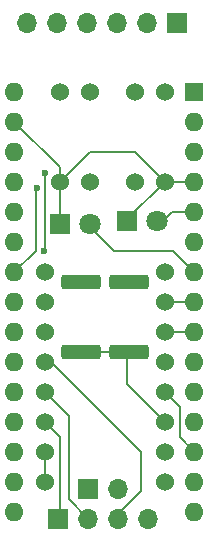
<source format=gbr>
%TF.GenerationSoftware,KiCad,Pcbnew,8.0.5*%
%TF.CreationDate,2024-10-10T01:08:20+09:00*%
%TF.ProjectId,BD,42442e6b-6963-4616-945f-706362585858,rev?*%
%TF.SameCoordinates,Original*%
%TF.FileFunction,Copper,L1,Top*%
%TF.FilePolarity,Positive*%
%FSLAX46Y46*%
G04 Gerber Fmt 4.6, Leading zero omitted, Abs format (unit mm)*
G04 Created by KiCad (PCBNEW 8.0.5) date 2024-10-10 01:08:20*
%MOMM*%
%LPD*%
G01*
G04 APERTURE LIST*
G04 Aperture macros list*
%AMRoundRect*
0 Rectangle with rounded corners*
0 $1 Rounding radius*
0 $2 $3 $4 $5 $6 $7 $8 $9 X,Y pos of 4 corners*
0 Add a 4 corners polygon primitive as box body*
4,1,4,$2,$3,$4,$5,$6,$7,$8,$9,$2,$3,0*
0 Add four circle primitives for the rounded corners*
1,1,$1+$1,$2,$3*
1,1,$1+$1,$4,$5*
1,1,$1+$1,$6,$7*
1,1,$1+$1,$8,$9*
0 Add four rect primitives between the rounded corners*
20,1,$1+$1,$2,$3,$4,$5,0*
20,1,$1+$1,$4,$5,$6,$7,0*
20,1,$1+$1,$6,$7,$8,$9,0*
20,1,$1+$1,$8,$9,$2,$3,0*%
G04 Aperture macros list end*
%TA.AperFunction,ComponentPad*%
%ADD10R,1.700000X1.700000*%
%TD*%
%TA.AperFunction,ComponentPad*%
%ADD11O,1.700000X1.700000*%
%TD*%
%TA.AperFunction,ComponentPad*%
%ADD12C,1.524000*%
%TD*%
%TA.AperFunction,SMDPad,CuDef*%
%ADD13RoundRect,0.250000X1.425000X-0.362500X1.425000X0.362500X-1.425000X0.362500X-1.425000X-0.362500X0*%
%TD*%
%TA.AperFunction,ComponentPad*%
%ADD14R,1.800000X1.800000*%
%TD*%
%TA.AperFunction,ComponentPad*%
%ADD15C,1.800000*%
%TD*%
%TA.AperFunction,ComponentPad*%
%ADD16O,1.600000X1.600000*%
%TD*%
%TA.AperFunction,ComponentPad*%
%ADD17R,1.600000X1.600000*%
%TD*%
%TA.AperFunction,ViaPad*%
%ADD18C,0.600000*%
%TD*%
%TA.AperFunction,Conductor*%
%ADD19C,0.200000*%
%TD*%
G04 APERTURE END LIST*
D10*
%TO.P,J2,1,Pin_1*%
%TO.N,Net-(J2-Pin_1)*%
X18425000Y-59665000D03*
D11*
%TO.P,J2,2,Pin_2*%
%TO.N,Net-(J2-Pin_2)*%
X20965000Y-59665000D03*
%TO.P,J2,3,Pin_3*%
%TO.N,Net-(J2-Pin_3)*%
X23505000Y-59665000D03*
%TO.P,J2,4,Pin_4*%
%TO.N,Net-(J2-Pin_4)*%
X26045000Y-59665000D03*
%TD*%
D12*
%TO.P,SW1,1,1*%
%TO.N,SW1*%
X24892000Y-31115000D03*
%TO.P,SW1,2,2*%
%TO.N,GND*%
X27432000Y-31115000D03*
%TO.P,SW1,3*%
%TO.N,N/C*%
X27432000Y-23495000D03*
%TO.P,SW1,4*%
X24892000Y-23495000D03*
%TD*%
D13*
%TO.P,R2,1*%
%TO.N,+5V*%
X24384000Y-45507500D03*
%TO.P,R2,2*%
%TO.N,SW2*%
X24384000Y-39582500D03*
%TD*%
D12*
%TO.P,U1,1,LARGE*%
%TO.N,GND*%
X27432000Y-56515000D03*
%TO.P,U1,2,MODE*%
X27432000Y-53975000D03*
%TO.P,U1,3,STBY*%
%TO.N,+5V*%
X27432000Y-51435000D03*
%TO.P,U1,4,IN4*%
%TO.N,IN4*%
X27432000Y-48895000D03*
%TO.P,U1,5,IN3*%
%TO.N,IN3*%
X27432000Y-46355000D03*
%TO.P,U1,6,IN2*%
%TO.N,IN2*%
X27432000Y-43815000D03*
%TO.P,U1,7,IN1*%
%TO.N,IN1*%
X27432000Y-41275000D03*
%TO.P,U1,8,GND*%
%TO.N,GND*%
X27432000Y-38735000D03*
%TO.P,U1,9,GND*%
%TO.N,unconnected-(U1-GND-Pad9)*%
X17272000Y-38735000D03*
%TO.P,U1,10,GND*%
%TO.N,unconnected-(U1-GND-Pad10)*%
X17272000Y-41275000D03*
%TO.P,U1,11,OUT1*%
%TO.N,Net-(J2-Pin_4)*%
X17272000Y-43815000D03*
%TO.P,U1,12,OUT2*%
%TO.N,Net-(J2-Pin_3)*%
X17272000Y-46355000D03*
%TO.P,U1,13,OUT3*%
%TO.N,Net-(J2-Pin_2)*%
X17272000Y-48895000D03*
%TO.P,U1,14,OUT4*%
%TO.N,Net-(J2-Pin_1)*%
X17272000Y-51435000D03*
%TO.P,U1,15,VM*%
%TO.N,VCC*%
X17272000Y-53975000D03*
%TO.P,U1,16,VM*%
X17272000Y-56515000D03*
%TD*%
D14*
%TO.P,D2,1,K*%
%TO.N,GND*%
X18542000Y-34671000D03*
D15*
%TO.P,D2,2,A*%
%TO.N,Net-(A1-D4)*%
X21082000Y-34671000D03*
%TD*%
D12*
%TO.P,SW2,1,1*%
%TO.N,SW2*%
X21082000Y-31115000D03*
%TO.P,SW2,2,2*%
%TO.N,GND*%
X18542000Y-31115000D03*
%TO.P,SW2,3*%
%TO.N,N/C*%
X21082000Y-23495000D03*
%TO.P,SW2,4*%
X18542000Y-23495000D03*
%TD*%
D10*
%TO.P,J3,1,Pin_1*%
%TO.N,VCC*%
X20955000Y-57150000D03*
D11*
%TO.P,J3,2,Pin_2*%
%TO.N,GND*%
X23495000Y-57150000D03*
%TD*%
D13*
%TO.P,R1,1*%
%TO.N,+5V*%
X20320000Y-45507500D03*
%TO.P,R1,2*%
%TO.N,SW1*%
X20320000Y-39582500D03*
%TD*%
D14*
%TO.P,D1,1,K*%
%TO.N,GND*%
X24257000Y-34417000D03*
D15*
%TO.P,D1,2,A*%
%TO.N,Net-(A1-D2)*%
X26797000Y-34417000D03*
%TD*%
D11*
%TO.P,J1,6,Pin_6*%
%TO.N,Net-(A1-SCL{slash}A5)*%
X15748000Y-17653000D03*
%TO.P,J1,5,Pin_5*%
%TO.N,Net-(A1-SDA{slash}A4)*%
X18288000Y-17653000D03*
%TO.P,J1,4,Pin_4*%
%TO.N,Net-(A1-A3)*%
X20828000Y-17653000D03*
%TO.P,J1,3,Pin_3*%
%TO.N,Net-(A1-A2)*%
X23368000Y-17653000D03*
%TO.P,J1,2,Pin_2*%
%TO.N,Net-(A1-A1)*%
X25908000Y-17653000D03*
D10*
%TO.P,J1,1,Pin_1*%
%TO.N,Net-(A1-A0)*%
X28448000Y-17653000D03*
%TD*%
D16*
%TO.P,A1,30,VIN*%
%TO.N,VCC*%
X14722000Y-23495000D03*
%TO.P,A1,29,GND*%
%TO.N,GND*%
X14722000Y-26035000D03*
%TO.P,A1,28,~{RESET}*%
%TO.N,unconnected-(A1-~{RESET}-Pad28)*%
X14722000Y-28575000D03*
%TO.P,A1,27,+5V*%
%TO.N,+5V*%
X14722000Y-31115000D03*
%TO.P,A1,26,A7*%
%TO.N,SW2*%
X14722000Y-33655000D03*
%TO.P,A1,25,A6*%
%TO.N,SW1*%
X14722000Y-36195000D03*
%TO.P,A1,24,SCL/A5*%
%TO.N,Net-(A1-SCL{slash}A5)*%
X14722000Y-38735000D03*
%TO.P,A1,23,SDA/A4*%
%TO.N,Net-(A1-SDA{slash}A4)*%
X14722000Y-41275000D03*
%TO.P,A1,22,A3*%
%TO.N,Net-(A1-A3)*%
X14722000Y-43815000D03*
%TO.P,A1,21,A2*%
%TO.N,Net-(A1-A2)*%
X14722000Y-46355000D03*
%TO.P,A1,20,A1*%
%TO.N,Net-(A1-A1)*%
X14722000Y-48895000D03*
%TO.P,A1,19,A0*%
%TO.N,Net-(A1-A0)*%
X14722000Y-51435000D03*
%TO.P,A1,18,AREF*%
%TO.N,unconnected-(A1-AREF-Pad18)*%
X14722000Y-53975000D03*
%TO.P,A1,17,3V3*%
%TO.N,unconnected-(A1-3V3-Pad17)*%
X14722000Y-56515000D03*
%TO.P,A1,16,SCK*%
%TO.N,unconnected-(A1-SCK-Pad16)*%
X14722000Y-59055000D03*
%TO.P,A1,15,MISO*%
%TO.N,unconnected-(A1-MISO-Pad15)*%
X29962000Y-59055000D03*
%TO.P,A1,14,MOSI*%
%TO.N,unconnected-(A1-MOSI-Pad14)*%
X29962000Y-56515000D03*
%TO.P,A1,13,D10*%
%TO.N,IN4*%
X29962000Y-53975000D03*
%TO.P,A1,12,D9*%
%TO.N,IN3*%
X29962000Y-51435000D03*
%TO.P,A1,11,D8*%
%TO.N,unconnected-(A1-D8-Pad11)*%
X29962000Y-48895000D03*
%TO.P,A1,10,D7*%
%TO.N,unconnected-(A1-D7-Pad10)*%
X29962000Y-46355000D03*
%TO.P,A1,9,D6*%
%TO.N,IN2*%
X29962000Y-43815000D03*
%TO.P,A1,8,D5*%
%TO.N,IN1*%
X29962000Y-41275000D03*
%TO.P,A1,7,D4*%
%TO.N,Net-(A1-D4)*%
X29962000Y-38735000D03*
%TO.P,A1,6,D3*%
%TO.N,unconnected-(A1-D3-Pad6)*%
X29962000Y-36195000D03*
%TO.P,A1,5,D2*%
%TO.N,Net-(A1-D2)*%
X29962000Y-33655000D03*
%TO.P,A1,4,GND*%
%TO.N,GND*%
X29962000Y-31115000D03*
%TO.P,A1,3,~{RESET}*%
%TO.N,unconnected-(A1-~{RESET}-Pad3)*%
X29962000Y-28575000D03*
%TO.P,A1,2,RX1*%
%TO.N,unconnected-(A1-RX1-Pad2)*%
X29962000Y-26035000D03*
D17*
%TO.P,A1,1,TX1*%
%TO.N,unconnected-(A1-TX1-Pad1)*%
X29962000Y-23495000D03*
%TD*%
D18*
%TO.N,Net-(A1-SCL{slash}A5)*%
X16672000Y-31623000D03*
%TO.N,Net-(A1-A3)*%
X17228735Y-37000265D03*
X17272000Y-30353000D03*
%TO.N,SW1*%
X20574000Y-39497000D03*
%TO.N,SW2*%
X23876000Y-39497000D03*
%TO.N,+5V*%
X21082000Y-45720000D03*
%TD*%
D19*
%TO.N,Net-(J2-Pin_2)*%
X19304000Y-58004000D02*
X20965000Y-59665000D01*
X17272000Y-48895000D02*
X19304000Y-50927000D01*
X19304000Y-50927000D02*
X19304000Y-58004000D01*
%TO.N,Net-(A1-A3)*%
X17272000Y-30353000D02*
X17272000Y-36957000D01*
X17272000Y-36957000D02*
X17228735Y-37000265D01*
%TO.N,Net-(J2-Pin_3)*%
X25400000Y-57277000D02*
X23622000Y-59055000D01*
X25400000Y-53975000D02*
X25400000Y-57277000D01*
X17272000Y-46355000D02*
X17780000Y-46355000D01*
X17780000Y-46355000D02*
X25400000Y-53975000D01*
%TO.N,Net-(J2-Pin_1)*%
X18542000Y-52705000D02*
X18542000Y-59055000D01*
X17272000Y-51435000D02*
X18542000Y-52705000D01*
%TO.N,VCC*%
X17272000Y-53975000D02*
X17272000Y-56515000D01*
%TO.N,IN2*%
X27432000Y-43815000D02*
X29962000Y-43815000D01*
%TO.N,IN1*%
X27432000Y-41275000D02*
X29962000Y-41275000D01*
%TO.N,IN4*%
X28702000Y-52715000D02*
X29962000Y-53975000D01*
X28702000Y-50165000D02*
X28702000Y-52715000D01*
X27432000Y-48895000D02*
X28702000Y-50165000D01*
%TO.N,+5V*%
X24257000Y-48260000D02*
X27432000Y-51435000D01*
X24257000Y-45507500D02*
X24257000Y-48260000D01*
X20447000Y-45507500D02*
X24257000Y-45507500D01*
%TO.N,Net-(A1-D4)*%
X28184000Y-36957000D02*
X29962000Y-38735000D01*
X23114000Y-36957000D02*
X28184000Y-36957000D01*
X21082000Y-34925000D02*
X23114000Y-36957000D01*
%TO.N,GND*%
X18542000Y-31115000D02*
X18542000Y-34925000D01*
%TO.N,Net-(A1-D2)*%
X28067000Y-33655000D02*
X29962000Y-33655000D01*
X26797000Y-34925000D02*
X28067000Y-33655000D01*
%TO.N,GND*%
X24257000Y-34290000D02*
X24257000Y-34925000D01*
X27432000Y-31115000D02*
X24257000Y-34290000D01*
X24892000Y-28575000D02*
X27432000Y-31115000D01*
X21082000Y-28575000D02*
X24892000Y-28575000D01*
X18542000Y-31115000D02*
X21082000Y-28575000D01*
X18542000Y-29855000D02*
X18542000Y-31115000D01*
X14722000Y-26035000D02*
X18542000Y-29855000D01*
X27432000Y-31115000D02*
X29962000Y-31115000D01*
%TO.N,VCC*%
X14732000Y-23485000D02*
X14722000Y-23495000D01*
%TO.N,IN1*%
X29962000Y-41285000D02*
X29962000Y-41275000D01*
%TO.N,IN2*%
X29962000Y-43825000D02*
X29962000Y-43815000D01*
%TO.N,IN4*%
X29962000Y-53965000D02*
X29962000Y-53975000D01*
%TO.N,Net-(A1-SCL{slash}A5)*%
X16672000Y-31623000D02*
X16510000Y-31785000D01*
X16510000Y-31785000D02*
X16510000Y-36947000D01*
X16510000Y-36947000D02*
X14722000Y-38735000D01*
%TD*%
M02*

</source>
